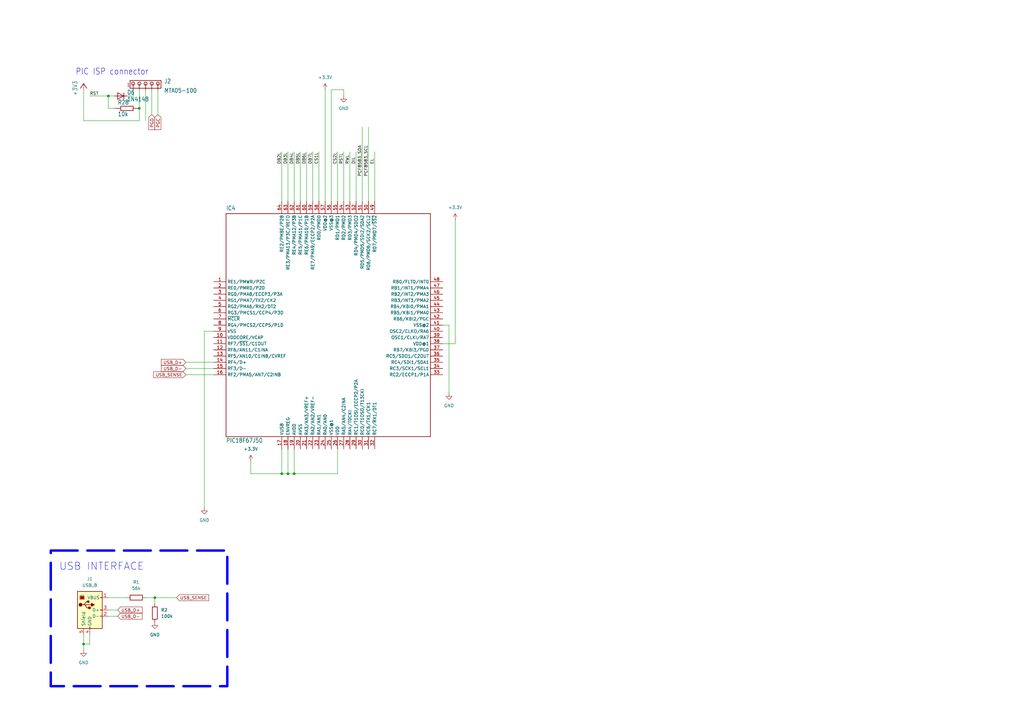
<source format=kicad_sch>
(kicad_sch (version 20250114) (generator "eeschema") (generator_version "9.0")
  (paper "A3")
  (lib_symbols
    (symbol "Connector:USB_B" (pin_names (offset 1.016))
      (property "Reference" "J" (at -5.08 11.43 0))
      (property "Value" "USB_B" (at -5.08 8.89 0))
      (symbol "USB_B_0_1"
        (rectangle (start -5.08 -7.62) (end 5.08 7.62) (stroke (width 0.254)) (fill (type background)))
        (polyline (pts (xy -4.064 4.318) (xy -2.286 4.318) (xy -2.286 5.715) (xy -2.667 6.096) (xy -3.683 6.096) (xy -4.064 5.715) (xy -4.064 4.318)))
        (rectangle (start -3.81 5.588) (end -2.54 4.572) (fill (type outline)))
        (circle (center -3.81 2.159) (radius 0.635) (stroke (width 0.254)) (fill (type outline)))
        (polyline (pts (xy -3.175 2.159) (xy -2.54 2.159) (xy -1.27 3.429) (xy -0.635 3.429)) (stroke (width 0.254)))
        (polyline (pts (xy -2.54 2.159) (xy -1.905 2.159) (xy -1.27 0.889) (xy 0 0.889)) (stroke (width 0.254)))
        (polyline (pts (xy -1.905 2.159) (xy 0.635 2.159)) (stroke (width 0.254)))
        (circle (center -0.635 3.429) (radius 0.381) (stroke (width 0.254)) (fill (type outline)))
        (rectangle (start -0.127 -7.62) (end 0.127 -6.858))
        (rectangle (start 0.254 1.27) (end -0.508 0.508) (stroke (width 0.254)) (fill (type outline)))
        (polyline (pts (xy 0.635 2.794) (xy 0.635 1.524) (xy 1.905 2.159) (xy 0.635 2.794)) (stroke (width 0.254)) (fill (type outline)))
        (rectangle (start 5.08 4.953) (end 4.318 5.207))
        (rectangle (start 5.08 -0.127) (end 4.318 0.127))
        (rectangle (start 5.08 -2.667) (end 4.318 -2.413))
      )
      (symbol "USB_B_1_1"
        (pin passive line (at -2.54 -10.16 90) (length 2.54) (name "Shield") (number "5"))
        (pin power_out line (at 0 -10.16 90) (length 2.54) (name "GND") (number "4"))
        (pin power_out line (at 7.62 5.08 180) (length 2.54) (name "VBUS") (number "1"))
        (pin bidirectional line (at 7.62 0 180) (length 2.54) (name "D+") (number "3"))
        (pin bidirectional line (at 7.62 -2.54 180) (length 2.54) (name "D-") (number "2"))
      )
    )
    (symbol "Device:R" (pin_numbers (hide yes)) (pin_names (offset 0))
      (property "Reference" "R" (at 2.032 0 90))
      (property "Value" "R" (at 0 0 90))
      (symbol "R_0_1"
        (rectangle (start -1.016 -2.54) (end 1.016 2.54) (stroke (width 0.254)))
      )
      (symbol "R_1_1"
        (pin passive line (at 0 3.81 270) (length 1.27) (name "~") (number "1"))
        (pin passive line (at 0 -3.81 90) (length 1.27) (name "~") (number "2"))
      )
    )
    (symbol "centralaV2.2-eagle-import:+3V3" (power)
      (property "Value" "+3V3" (at -2.54 -5.08 90))
      (symbol "+3V3_1_0"
        (polyline (pts (xy 0 0) (xy -1.27 -1.905)) (stroke (width 0.254)))
        (polyline (pts (xy 1.27 -1.905) (xy 0 0)) (stroke (width 0.254)))
        (pin power_in line (at 0 -2.54 90) (length 2.54) (name "+3V3") (number "1"))
      )
    )
    (symbol "centralaV2.2-eagle-import:MTA05-100"
      (property "Reference" "J" (at 7.62 0 0))
      (property "Value" "MTA05-100" (at 7.62 -3.81 0))
      (symbol "MTA05-100_1_0"
        (polyline (pts (xy -6.35 1.27) (xy -6.35 -1.905)) (stroke (width 0.254)))
        (polyline (pts (xy -6.35 1.27) (xy 6.35 1.27)) (stroke (width 0.254)))
        (circle (center -5.08 0) (radius 0.635) (stroke (width 0.254)))
        (circle (center -2.54 0) (radius 0.635) (stroke (width 0.254)))
        (circle (center 0 0) (radius 0.635) (stroke (width 0.254)))
        (circle (center 2.54 0) (radius 0.635) (stroke (width 0.254)))
        (circle (center 5.08 0) (radius 0.635) (stroke (width 0.254)))
        (polyline (pts (xy 6.35 -1.905) (xy -6.35 -1.905)) (stroke (width 0.254)))
        (polyline (pts (xy 6.35 -1.905) (xy 6.35 1.27)) (stroke (width 0.254)))
        (text "1" (at -7.62 -1.27 0) (effects (font (size 1.27 1.0795)) (justify left bottom)))
        (pin passive line (at -5.08 -2.54 90) (length 2.54) (name "1") (number "1"))
        (pin passive line (at -2.54 -2.54 90) (length 2.54) (name "2") (number "2"))
        (pin passive line (at 0 -2.54 90) (length 2.54) (name "3") (number "3"))
        (pin passive line (at 2.54 -2.54 90) (length 2.54) (name "4") (number "4"))
        (pin passive line (at 5.08 -2.54 90) (length 2.54) (name "5") (number "5"))
      )
    )
    (symbol "centralaV2.2-eagle-import:PIC18F6J50"
      (property "Reference" "IC4" (at -43.18 46.99 0))
      (property "Value" "PIC18F67J50" (at -43.18 -48.26 0))
      (symbol "PIC18F6J50_1_0"
        (polyline (pts (xy -43.18 45.72) (xy -43.18 -45.72)) (stroke (width 0.254)))
        (polyline (pts (xy -43.18 -45.72) (xy 40.64 -45.72)) (stroke (width 0.254)))
        (polyline (pts (xy 40.64 45.72) (xy -43.18 45.72)) (stroke (width 0.254)))
        (polyline (pts (xy 40.64 -45.72) (xy 40.64 45.72)) (stroke (width 0.254)))
        (pin bidirectional line (at -48.26 17.78 0) (length 5.08) (name "RE1/PMWR/P2C") (number "1"))
        (pin bidirectional line (at -48.26 15.24 0) (length 5.08) (name "RE0/PMRD/P2D") (number "2"))
        (pin bidirectional line (at -48.26 12.7 0) (length 5.08) (name "RG0/PMA8/ECCP3/P3A") (number "3"))
        (pin bidirectional line (at -48.26 10.16 0) (length 5.08) (name "RG1/PMA7/TX2/CK2") (number "4"))
        (pin bidirectional line (at -48.26 7.62 0) (length 5.08) (name "RG2/PMA6/RX2/DT2") (number "5"))
        (pin bidirectional line (at -48.26 5.08 0) (length 5.08) (name "RG3/PMCS1/CCP4/P3D") (number "6"))
        (pin input line (at -48.26 2.54 0) (length 5.08) (name "~{MCLR}") (number "7"))
        (pin bidirectional line (at -48.26 0 0) (length 5.08) (name "RG4/PMCS2/CCP5/P1D") (number "8"))
        (pin power_in line (at -48.26 -2.54 0) (length 5.08) (name "VSS") (number "9"))
        (pin bidirectional line (at -48.26 -5.08 0) (length 5.08) (name "VDDCORE/VCAP") (number "10"))
        (pin bidirectional line (at -48.26 -7.62 0) (length 5.08) (name "RF7/~{SS1}/C1OUT") (number "11"))
        (pin bidirectional line (at -48.26 -10.16 0) (length 5.08) (name "RF6/AN11/C1INA") (number "12"))
        (pin bidirectional line (at -48.26 -12.7 0) (length 5.08) (name "RF5/AN10/C1INB/CVREF") (number "13"))
        (pin bidirectional line (at -48.26 -15.24 0) (length 5.08) (name "RF4/D+") (number "14"))
        (pin bidirectional line (at -48.26 -17.78 0) (length 5.08) (name "RF3/D-") (number "15"))
        (pin bidirectional line (at -48.26 -20.32 0) (length 5.08) (name "RF2/PMA5/AN7/C2INB") (number "16"))
        (pin bidirectional line (at -20.32 50.8 270) (length 5.08) (name "RE2/PMBE/P2B") (number "64"))
        (pin bidirectional line (at -20.32 -50.8 90) (length 5.08) (name "VUSB") (number "17"))
        (pin bidirectional line (at -17.78 50.8 270) (length 5.08) (name "RE3/PMA13/P3C/REFO") (number "63"))
        (pin input line (at -17.78 -50.8 90) (length 5.08) (name "ENVREG") (number "18"))
        (pin bidirectional line (at -15.24 50.8 270) (length 5.08) (name "RE4/PMA12/P3B") (number "62"))
        (pin bidirectional line (at -15.24 -50.8 90) (length 5.08) (name "AVDD") (number "19"))
        (pin bidirectional line (at -12.7 50.8 270) (length 5.08) (name "RE5/PMA11/P1C") (number "61"))
        (pin bidirectional line (at -12.7 -50.8 90) (length 5.08) (name "AVSS") (number "20"))
        (pin bidirectional line (at -10.16 50.8 270) (length 5.08) (name "RE6/PMA10/P1B") (number "60"))
        (pin bidirectional line (at -10.16 -50.8 90) (length 5.08) (name "RA3/AN3/VREF+") (number "21"))
        (pin bidirectional line (at -7.62 50.8 270) (length 5.08) (name "RE7/PMA9/ECCP2/P2A") (number "59"))
        (pin bidirectional line (at -7.62 -50.8 90) (length 5.08) (name "RA2/AN2/VREF-") (number "22"))
        (pin bidirectional line (at -5.08 50.8 270) (length 5.08) (name "RD0/PMD0") (number "58"))
        (pin bidirectional line (at -5.08 -50.8 90) (length 5.08) (name "RA1/AN1") (number "23"))
        (pin power_in line (at -2.54 50.8 270) (length 5.08) (name "VDD@2") (number "57"))
        (pin bidirectional line (at -2.54 -50.8 90) (length 5.08) (name "RA0/AN0") (number "24"))
        (pin power_in line (at 0 50.8 270) (length 5.08) (name "VSS@3") (number "56"))
        (pin power_in line (at 0 -50.8 90) (length 5.08) (name "VSS@1") (number "25"))
        (pin bidirectional line (at 2.54 50.8 270) (length 5.08) (name "RD1/PMD1") (number "55"))
        (pin power_in line (at 2.54 -50.8 90) (length 5.08) (name "VDD") (number "26"))
        (pin bidirectional line (at 5.08 50.8 270) (length 5.08) (name "RD2/PMD2") (number "54"))
        (pin bidirectional line (at 5.08 -50.8 90) (length 5.08) (name "RA5/AN4/C2INA") (number "27"))
        (pin bidirectional line (at 7.62 50.8 270) (length 5.08) (name "RD3/PMD3") (number "53"))
        (pin bidirectional line (at 7.62 -50.8 90) (length 5.08) (name "RA4/T0CKI") (number "28"))
        (pin bidirectional line (at 10.16 50.8 270) (length 5.08) (name "RD4/PMD4/SDO2") (number "52"))
        (pin bidirectional line (at 10.16 -50.8 90) (length 5.08) (name "RC1/T1OSI/ECCP2/P2A") (number "29"))
        (pin bidirectional line (at 12.7 50.8 270) (length 5.08) (name "RD5/PMD5/SDI2/SDA2") (number "51"))
        (pin bidirectional line (at 12.7 -50.8 90) (length 5.08) (name "RC0/T1OSO/T13CKI") (number "30"))
        (pin bidirectional line (at 15.24 50.8 270) (length 5.08) (name "RD6/PMD6/SCK2/SCL2") (number "50"))
        (pin bidirectional line (at 15.24 -50.8 90) (length 5.08) (name "RC6/TX1/CK1") (number "31"))
        (pin bidirectional line (at 17.78 50.8 270) (length 5.08) (name "RD7/PMD7/~{SS2}") (number "49"))
        (pin bidirectional line (at 17.78 -50.8 90) (length 5.08) (name "RC7/RX1/DT1") (number "32"))
        (pin bidirectional line (at 45.72 17.78 180) (length 5.08) (name "RB0/FLT0/INT0") (number "48"))
        (pin bidirectional line (at 45.72 15.24 180) (length 5.08) (name "RB1/INT1/PMA4") (number "47"))
        (pin bidirectional line (at 45.72 12.7 180) (length 5.08) (name "RB2/INT2/PMA3") (number "46"))
        (pin bidirectional line (at 45.72 10.16 180) (length 5.08) (name "RB3/INT3/PMA2") (number "45"))
        (pin bidirectional line (at 45.72 7.62 180) (length 5.08) (name "RB4/KBI0/PMA1") (number "44"))
        (pin bidirectional line (at 45.72 5.08 180) (length 5.08) (name "RB5/KBI1/PMA0") (number "43"))
        (pin bidirectional line (at 45.72 2.54 180) (length 5.08) (name "RB6/KBI2/PGC") (number "42"))
        (pin power_in line (at 45.72 0 180) (length 5.08) (name "VSS@2") (number "41"))
        (pin bidirectional line (at 45.72 -2.54 180) (length 5.08) (name "OSC2/CLKO/RA6") (number "40"))
        (pin bidirectional line (at 45.72 -5.08 180) (length 5.08) (name "OSC1/CLKI/RA7") (number "39"))
        (pin power_in line (at 45.72 -7.62 180) (length 5.08) (name "VDD@1") (number "38"))
        (pin bidirectional line (at 45.72 -10.16 180) (length 5.08) (name "RB7/KBI3/PGD") (number "37"))
        (pin bidirectional line (at 45.72 -12.7 180) (length 5.08) (name "RC5/SDO1/C2OUT") (number "36"))
        (pin bidirectional line (at 45.72 -15.24 180) (length 5.08) (name "RC4/SDI1/SDA1") (number "35"))
        (pin bidirectional line (at 45.72 -17.78 180) (length 5.08) (name "RC3/SCK1/SCL1") (number "34"))
        (pin bidirectional line (at 45.72 -20.32 180) (length 5.08) (name "RC2/ECCP1/P1A") (number "33"))
      )
    )
    (symbol "centralaV2.2-eagle-import:PMLL4150"
      (property "Reference" "D" (at 2.54 0.4826 0))
      (property "Value" "PMLL4150" (at 2.54 -2.3114 0))
      (symbol "PMLL4150_1_0"
        (polyline (pts (xy -1.27 1.27) (xy -1.27 -1.27)) (stroke (width 0.254)))
        (polyline (pts (xy -1.27 -1.27) (xy 1.27 0)) (stroke (width 0.254)))
        (polyline (pts (xy 1.27 1.27) (xy 1.27 0)) (stroke (width 0.254)))
        (polyline (pts (xy 1.27 0) (xy -1.27 1.27)) (stroke (width 0.254)))
        (polyline (pts (xy 1.27 0) (xy 1.27 -1.27)) (stroke (width 0.254)))
        (pin passive line (at -2.54 0 0) (length 2.54) (name "A") (number "A"))
        (pin passive line (at 2.54 0 180) (length 2.54) (name "C") (number "C"))
      )
    )
    (symbol "centralaV2.2-eagle-import:R-EU_R0805"
      (property "Reference" "R" (at -3.81 1.4986 0))
      (property "Value" "R-EU_R0805" (at -3.81 -3.302 0))
      (symbol "R-EU_R0805_1_0"
        (polyline (pts (xy -2.54 -0.889) (xy -2.54 0.889)) (stroke (width 0.254)))
        (polyline (pts (xy -2.54 -0.889) (xy 2.54 -0.889)) (stroke (width 0.254)))
        (polyline (pts (xy 2.54 0.889) (xy -2.54 0.889)) (stroke (width 0.254)))
        (polyline (pts (xy 2.54 -0.889) (xy 2.54 0.889)) (stroke (width 0.254)))
        (pin passive line (at -5.08 0 0) (length 2.54) (name "1") (number "1"))
        (pin passive line (at 5.08 0 180) (length 2.54) (name "2") (number "2"))
      )
    )
    (symbol "power:+3.3V" (power) (pin_numbers (hide yes)) (pin_names (offset 0) (hide yes))
      (property "Value" "+3.3V" (at 0 3.556 0))
      (symbol "+3.3V_0_1"
        (polyline (pts (xy -0.762 1.27) (xy 0 2.54)))
        (polyline (pts (xy 0 2.54) (xy 0.762 1.27)))
        (polyline (pts (xy 0 0) (xy 0 2.54)))
      )
      (symbol "+3.3V_1_1"
        (pin power_in line (at 0 0 90) (length 0) (name "~") (number "1"))
      )
    )
    (symbol "power:GND" (power) (pin_numbers (hide yes)) (pin_names (offset 0) (hide yes))
      (property "Value" "GND" (at 0 -3.81 0))
      (symbol "GND_0_1"
        (polyline (pts (xy 0 0) (xy 0 -1.27) (xy 1.27 -1.27) (xy 0 -2.54) (xy -1.27 -1.27) (xy 0 -1.27)))
      )
      (symbol "GND_1_1"
        (pin power_in line (at 0 0 270) (length 0) (name "~") (number "1"))
      )
    )
  )
  (rectangle (start 20.828 225.806) (end 93.218 281.432) (stroke (width 1) (type dash) (color 0 0 255 1)))
  (text "PIC ISP connector" (at 30.988 30.988 0) (effects (font (size 2.54 2.159)) (justify left bottom)))
  (text "USB INTERFACE" (at 41.656 232.41 0) (effects (font (size 3 3))))
  (junction (at 44.45 39.37))
  (junction (at 118.11 194.31))
  (junction (at 34.29 264.16))
  (junction (at 57.15 44.45))
  (junction (at 63.5 245.11))
  (junction (at 120.65 194.31))
  (junction (at 115.57 194.31))
  (wire (pts (xy 57.15 44.45) (xy 57.15 36.83)))
  (wire (pts (xy 138.43 82.55) (xy 138.43 62.23)))
  (wire (pts (xy 120.65 82.55) (xy 120.65 62.23)))
  (wire (pts (xy 48.26 252.73) (xy 44.45 252.73)))
  (wire (pts (xy 186.69 90.17) (xy 186.69 140.97)))
  (wire (pts (xy 130.81 82.55) (xy 130.81 62.23)))
  (wire (pts (xy 102.87 194.31) (xy 115.57 194.31)))
  (wire (pts (xy 115.57 184.15) (xy 115.57 194.31)))
  (wire (pts (xy 34.29 36.83) (xy 34.29 49.53)))
  (wire (pts (xy 34.29 264.16) (xy 34.29 260.35)))
  (wire (pts (xy 44.45 44.45) (xy 44.45 39.37)))
  (wire (pts (xy 34.29 264.16) (xy 36.83 264.16)))
  (wire (pts (xy 148.59 82.55) (xy 148.59 52.07)))
  (wire (pts (xy 63.5 245.11) (xy 63.5 247.65)))
  (wire (pts (xy 140.97 82.55) (xy 140.97 62.23)))
  (wire (pts (xy 54.61 36.83) (xy 54.61 39.37)))
  (wire (pts (xy 36.83 264.16) (xy 36.83 260.35)))
  (wire (pts (xy 76.2 151.13) (xy 87.63 151.13)))
  (wire (pts (xy 62.23 36.83) (xy 62.23 46.99)))
  (wire (pts (xy 102.87 189.23) (xy 102.87 194.31)))
  (wire (pts (xy 34.29 49.53) (xy 57.15 49.53)))
  (wire (pts (xy 146.05 82.55) (xy 146.05 62.23)))
  (wire (pts (xy 118.11 184.15) (xy 118.11 194.31)))
  (wire (pts (xy 34.29 266.7) (xy 34.29 264.16)))
  (wire (pts (xy 186.69 140.97) (xy 181.61 140.97)))
  (wire (pts (xy 59.69 245.11) (xy 63.5 245.11)))
  (wire (pts (xy 128.27 82.55) (xy 128.27 62.23)))
  (wire (pts (xy 48.26 250.19) (xy 44.45 250.19)))
  (wire (pts (xy 115.57 194.31) (xy 118.11 194.31)))
  (wire (pts (xy 63.5 245.11) (xy 72.39 245.11)))
  (wire (pts (xy 151.13 82.55) (xy 151.13 52.07)))
  (wire (pts (xy 184.15 133.35) (xy 181.61 133.35)))
  (wire (pts (xy 140.97 36.83) (xy 140.97 39.37)))
  (wire (pts (xy 46.99 44.45) (xy 44.45 44.45)))
  (wire (pts (xy 83.82 135.89) (xy 83.82 208.28)))
  (wire (pts (xy 118.11 194.31) (xy 120.65 194.31)))
  (wire (pts (xy 135.89 36.83) (xy 135.89 82.55)))
  (wire (pts (xy 83.82 135.89) (xy 87.63 135.89)))
  (wire (pts (xy 133.35 82.55) (xy 133.35 36.83)))
  (wire (pts (xy 44.45 39.37) (xy 36.83 39.37)))
  (wire (pts (xy 46.99 39.37) (xy 44.45 39.37)))
  (wire (pts (xy 57.15 49.53) (xy 57.15 44.45)))
  (wire (pts (xy 118.11 82.55) (xy 118.11 62.23)))
  (wire (pts (xy 153.67 82.55) (xy 153.67 62.23)))
  (wire (pts (xy 76.2 153.67) (xy 87.63 153.67)))
  (wire (pts (xy 184.15 161.29) (xy 184.15 133.35)))
  (wire (pts (xy 138.43 184.15) (xy 138.43 194.31)))
  (wire (pts (xy 123.19 82.55) (xy 123.19 62.23)))
  (wire (pts (xy 52.07 39.37) (xy 54.61 39.37)))
  (wire (pts (xy 125.73 82.55) (xy 125.73 62.23)))
  (wire (pts (xy 115.57 82.55) (xy 115.57 62.23)))
  (wire (pts (xy 44.45 245.11) (xy 52.07 245.11)))
  (wire (pts (xy 59.69 49.53) (xy 59.69 36.83)))
  (wire (pts (xy 120.65 184.15) (xy 120.65 194.31)))
  (wire (pts (xy 135.89 36.83) (xy 140.97 36.83)))
  (wire (pts (xy 76.2 148.59) (xy 87.63 148.59)))
  (wire (pts (xy 120.65 194.31) (xy 138.43 194.31)))
  (wire (pts (xy 64.77 36.83) (xy 64.77 46.99)))
  (wire (pts (xy 143.51 82.55) (xy 143.51 62.23)))
  (label "DB2L" (at 115.57 67.31 90) (effects (font (size 1.2446 1.2446))))
  (label "RSTL" (at 140.97 67.31 90) (effects (font (size 1.2446 1.2446))))
  (label "CS2L" (at 138.43 67.31 90) (effects (font (size 1.2446 1.2446))))
  (label "PCF8583_SDA" (at 148.59 72.39 90) (effects (font (size 1.2446 1.2446))))
  (label "DB3L" (at 118.11 67.31 90) (effects (font (size 1.2446 1.2446))))
  (label "DB6L" (at 125.73 67.31 90) (effects (font (size 1.2446 1.2446))))
  (label "EL" (at 153.67 67.31 90) (effects (font (size 1.2446 1.2446))))
  (label "RWL" (at 143.51 67.31 90) (effects (font (size 1.2446 1.2446))))
  (label "DIL" (at 146.05 67.31 90) (effects (font (size 1.2446 1.2446))))
  (label "DB5L" (at 123.19 67.31 90) (effects (font (size 1.2446 1.2446))))
  (label "CS1L" (at 130.81 67.31 90) (effects (font (size 1.2446 1.2446))))
  (label "DB4L" (at 120.65 67.31 90) (effects (font (size 1.2446 1.2446))))
  (label "DB7L" (at 128.27 67.31 90) (effects (font (size 1.2446 1.2446))))
  (label "PCF8583_SCL" (at 151.13 72.39 90) (effects (font (size 1.2446 1.2446))))
  (label "RST" (at 36.83 39.37 0) (effects (font (size 1.2446 1.2446))))
  (global_label "USB_SENSE" (shape input) (at 76.2 153.67 180) (property "Intersheetrefs" "${INTERSHEET_REFS}" (effects (hide yes))))
  (global_label "PGD" (shape input) (at 62.23 46.99 270) (property "Intersheetrefs" "${INTERSHEET_REFS}" (effects (hide yes))))
  (global_label "USB_SENSE" (shape input) (at 72.39 245.11 0) (property "Intersheetrefs" "${INTERSHEET_REFS}" (effects (hide yes))))
  (global_label "PGC" (shape input) (at 64.77 46.99 270) (property "Intersheetrefs" "${INTERSHEET_REFS}" (effects (hide yes))))
  (global_label "USB_D+" (shape input) (at 48.26 250.19 0) (property "Intersheetrefs" "${INTERSHEET_REFS}" (effects (hide yes))))
  (global_label "USB_D-" (shape input) (at 76.2 151.13 180) (property "Intersheetrefs" "${INTERSHEET_REFS}" (effects (hide yes))))
  (global_label "USB_D+" (shape input) (at 76.2 148.59 180) (property "Intersheetrefs" "${INTERSHEET_REFS}" (effects (hide yes))))
  (global_label "USB_D-" (shape input) (at 48.26 252.73 0) (property "Intersheetrefs" "${INTERSHEET_REFS}" (effects (hide yes))))
  (symbol (lib_id "power:+3.3V") (at 133.35 36.83 0) (unit 1)
    (property "Reference" "#PWR01" (effects (hide yes)))
    (property "Value" "+3.3V" (at 133.35 31.75 0))
    (property "Description" "Power symbol creates a global label with name \"+3.3V\"" (effects (hide yes)))
  )
  (symbol (lib_id "power:+3.3V") (at 186.69 90.17 0) (unit 1)
    (property "Reference" "#PWR04" (effects (hide yes)))
    (property "Value" "+3.3V" (at 186.69 85.09 0))
    (property "Description" "Power symbol creates a global label with name \"+3.3V\"" (effects (hide yes)))
  )
  (symbol (lib_id "power:GND") (at 140.97 39.37 0) (unit 1)
    (property "Reference" "#PWR02" (effects (hide yes)))
    (property "Value" "GND" (at 140.97 44.45 0))
    (property "Description" "Power symbol creates a global label with name \"GND\" , ground" (effects (hide yes)))
  )
  (symbol (lib_id "centralaV2.2-eagle-import:+3V3") (at 34.29 34.29 0) (unit 1)
    (property "Reference" "#+3V7" (effects (hide yes)))
    (property "Value" "+3V3" (at 31.75 39.37 90) (effects (font (size 1.778 1.5113)) (justify left bottom)))
    (property "Footprint" "centralaV2.2:" (effects (hide yes)))
  )
  (symbol (lib_id "centralaV2.2-eagle-import:PIC18F6J50") (at 135.89 133.35 0) (unit 1)
    (property "Reference" "IC4" (at 92.71 86.36 0) (effects (font (size 1.778 1.5113)) (justify left bottom)))
    (property "Value" "PIC18F67J50" (at 92.71 181.61 0) (effects (font (size 1.778 1.5113)) (justify left bottom)))
    (property "Footprint" "Package_QFP:TQFP-64_10x10mm_P0.5mm" (effects (hide yes)))
  )
  (symbol (lib_id "power:+3.3V") (at 102.87 189.23 0) (unit 1)
    (property "Reference" "#PWR06" (effects (hide yes)))
    (property "Value" "+3.3V" (at 102.87 184.15 0))
    (property "Description" "Power symbol creates a global label with name \"+3.3V\"" (effects (hide yes)))
  )
  (symbol (lib_id "Connector:USB_B") (at 36.83 250.19 0) (unit 1)
    (property "Reference" "J1" (at 36.83 237.49 0))
    (property "Value" "USB_B" (at 36.83 240.03 0))
    (property "Description" "USB Type B connector" (effects (hide yes)))
  )
  (symbol (lib_id "centralaV2.2-eagle-import:R-EU_R0805") (at 52.07 44.45 0) (unit 1)
    (property "Reference" "R28" (at 48.26 42.9514 0) (effects (font (size 1.778 1.5113)) (justify left bottom)))
    (property "Value" "10k" (at 48.26 47.752 0) (effects (font (size 1.778 1.5113)) (justify left bottom)))
    (property "Footprint" "centralaV2.2:R0805" (effects (hide yes)))
  )
  (symbol (lib_id "Device:R") (at 55.88 245.11 90) (unit 1)
    (property "Reference" "R1" (at 55.88 238.76 90))
    (property "Value" "56k" (at 55.88 241.3 90))
    (property "Description" "Resistor" (effects (hide yes)))
  )
  (symbol (lib_id "power:GND") (at 83.82 208.28 0) (unit 1)
    (property "Reference" "#PWR03" (effects (hide yes)))
    (property "Value" "GND" (at 83.82 213.36 0))
    (property "Description" "Power symbol creates a global label with name \"GND\" , ground" (effects (hide yes)))
  )
  (symbol (lib_id "power:GND") (at 34.29 266.7 0) (unit 1)
    (property "Reference" "#PWR08" (effects (hide yes)))
    (property "Value" "GND" (at 34.29 271.78 0))
    (property "Description" "Power symbol creates a global label with name \"GND\" , ground" (effects (hide yes)))
  )
  (symbol (lib_id "power:GND") (at 63.5 255.27 0) (unit 1)
    (property "Reference" "#PWR07" (effects (hide yes)))
    (property "Value" "GND" (at 63.5 260.35 0))
    (property "Description" "Power symbol creates a global label with name \"GND\" , ground" (effects (hide yes)))
  )
  (symbol (lib_id "centralaV2.2-eagle-import:MTA05-100") (at 59.69 34.29 0) (unit 1)
    (property "Reference" "J2" (at 67.31 34.29 0) (effects (font (size 1.778 1.5113)) (justify left bottom)))
    (property "Value" "MTA05-100" (at 67.31 38.1 0) (effects (font (size 1.778 1.5113)) (justify left bottom)))
    (property "Footprint" "centralaV2.2:10X05MTA" (effects (hide yes)))
  )
  (symbol (lib_id "Device:R") (at 63.5 251.46 180) (unit 1)
    (property "Reference" "R2" (at 66.04 250.1899 0) (effects (justify right)))
    (property "Value" "100k" (at 66.04 252.7299 0) (effects (justify right)))
    (property "Description" "Resistor" (effects (hide yes)))
  )
  (symbol (lib_id "centralaV2.2-eagle-import:PMLL4150") (at 49.53 39.37 0) (unit 1)
    (property "Reference" "D6" (at 52.07 38.8874 0) (effects (font (size 1.778 1.5113)) (justify left bottom)))
    (property "Value" "1N4148" (at 52.07 41.6814 0) (effects (font (size 1.778 1.5113)) (justify left bottom)))
    (property "Footprint" "centralaV2.2:SOD80C" (effects (hide yes)))
  )
  (symbol (lib_id "power:GND") (at 184.15 161.29 0) (unit 1)
    (property "Reference" "#PWR05" (effects (hide yes)))
    (property "Value" "GND" (at 184.15 166.37 0))
    (property "Description" "Power symbol creates a global label with name \"GND\" , ground" (effects (hide yes)))
  )
)
</source>
